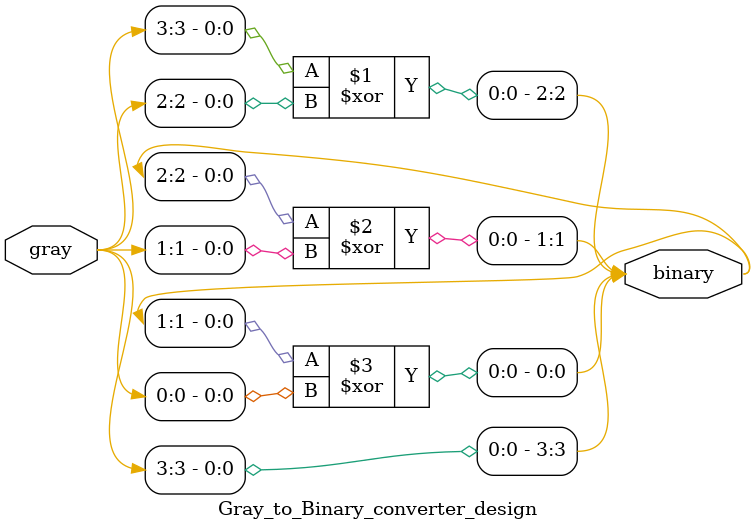
<source format=v>
`timescale 1ns / 1ps


module Gray_to_Binary_converter_design(
    input [3:0]gray,
    output [3:0]binary
    );
    // behavioral model
//        always @(*)begin
//            binary[3] = gray[3];
//            binary[2] = binary[3]^gray[2];
//            binary[1] = binary[2]^gray[1];
//            binary[0] = binary[1]^gray[0];
//        end
    // Gatelevel model
//    xor g1(binary[3],gray[3]);
//    xor g2(binary[2],binary[3]^gray[2]);
//    xor g3(binary[1],binary[2]^gray[1]);
//    xor g4(binary[0],binary[1]^gray[0]);
    // Dataflow model
    assign binary[3] = gray[3];
    assign binary[2] = binary[3]^gray[2];
    assign binary[1] = binary[2]^gray[1];
    assign binary[0] = binary[1]^gray[0];
endmodule

</source>
